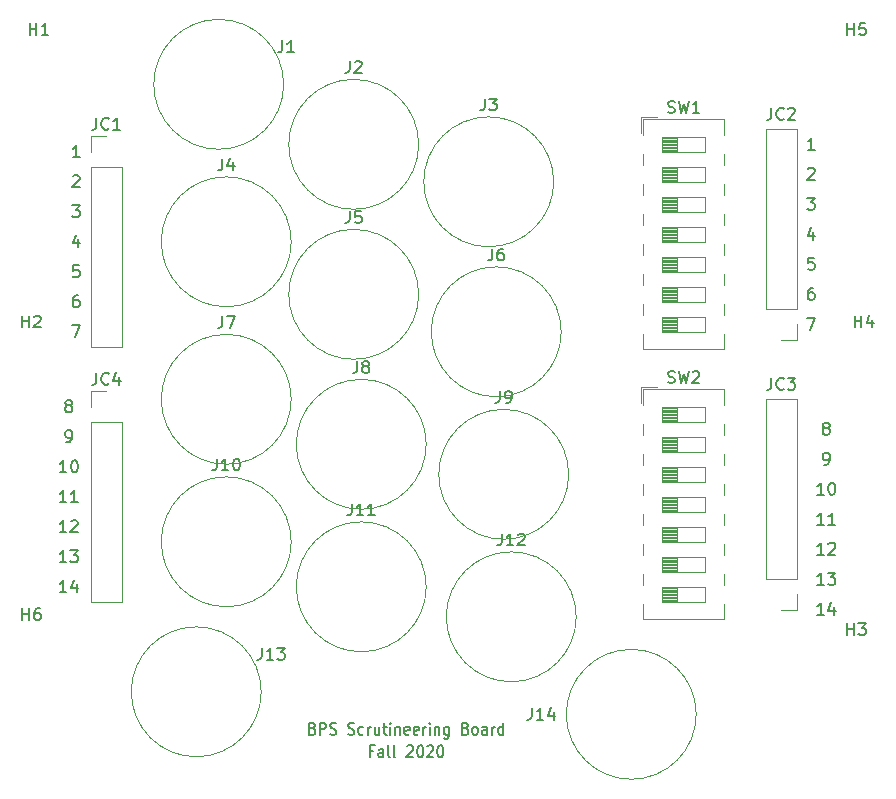
<source format=gbr>
%TF.GenerationSoftware,KiCad,Pcbnew,(5.1.6)-1*%
%TF.CreationDate,2020-11-13T18:32:27-06:00*%
%TF.ProjectId,BPS_Scrutineering,4250535f-5363-4727-9574-696e65657269,rev?*%
%TF.SameCoordinates,Original*%
%TF.FileFunction,Legend,Top*%
%TF.FilePolarity,Positive*%
%FSLAX46Y46*%
G04 Gerber Fmt 4.6, Leading zero omitted, Abs format (unit mm)*
G04 Created by KiCad (PCBNEW (5.1.6)-1) date 2020-11-13 18:32:27*
%MOMM*%
%LPD*%
G01*
G04 APERTURE LIST*
%ADD10C,0.150000*%
%ADD11C,0.120000*%
G04 APERTURE END LIST*
D10*
X112762857Y-111688571D02*
X112462857Y-111688571D01*
X112462857Y-112212380D02*
X112462857Y-111212380D01*
X112891428Y-111212380D01*
X113620000Y-112212380D02*
X113620000Y-111688571D01*
X113577142Y-111593333D01*
X113491428Y-111545714D01*
X113320000Y-111545714D01*
X113234285Y-111593333D01*
X113620000Y-112164761D02*
X113534285Y-112212380D01*
X113320000Y-112212380D01*
X113234285Y-112164761D01*
X113191428Y-112069523D01*
X113191428Y-111974285D01*
X113234285Y-111879047D01*
X113320000Y-111831428D01*
X113534285Y-111831428D01*
X113620000Y-111783809D01*
X114177142Y-112212380D02*
X114091428Y-112164761D01*
X114048571Y-112069523D01*
X114048571Y-111212380D01*
X114648571Y-112212380D02*
X114562857Y-112164761D01*
X114520000Y-112069523D01*
X114520000Y-111212380D01*
X115634285Y-111307619D02*
X115677142Y-111260000D01*
X115762857Y-111212380D01*
X115977142Y-111212380D01*
X116062857Y-111260000D01*
X116105714Y-111307619D01*
X116148571Y-111402857D01*
X116148571Y-111498095D01*
X116105714Y-111640952D01*
X115591428Y-112212380D01*
X116148571Y-112212380D01*
X116705714Y-111212380D02*
X116791428Y-111212380D01*
X116877142Y-111260000D01*
X116920000Y-111307619D01*
X116962857Y-111402857D01*
X117005714Y-111593333D01*
X117005714Y-111831428D01*
X116962857Y-112021904D01*
X116920000Y-112117142D01*
X116877142Y-112164761D01*
X116791428Y-112212380D01*
X116705714Y-112212380D01*
X116620000Y-112164761D01*
X116577142Y-112117142D01*
X116534285Y-112021904D01*
X116491428Y-111831428D01*
X116491428Y-111593333D01*
X116534285Y-111402857D01*
X116577142Y-111307619D01*
X116620000Y-111260000D01*
X116705714Y-111212380D01*
X117348571Y-111307619D02*
X117391428Y-111260000D01*
X117477142Y-111212380D01*
X117691428Y-111212380D01*
X117777142Y-111260000D01*
X117820000Y-111307619D01*
X117862857Y-111402857D01*
X117862857Y-111498095D01*
X117820000Y-111640952D01*
X117305714Y-112212380D01*
X117862857Y-112212380D01*
X118420000Y-111212380D02*
X118505714Y-111212380D01*
X118591428Y-111260000D01*
X118634285Y-111307619D01*
X118677142Y-111402857D01*
X118720000Y-111593333D01*
X118720000Y-111831428D01*
X118677142Y-112021904D01*
X118634285Y-112117142D01*
X118591428Y-112164761D01*
X118505714Y-112212380D01*
X118420000Y-112212380D01*
X118334285Y-112164761D01*
X118291428Y-112117142D01*
X118248571Y-112021904D01*
X118205714Y-111831428D01*
X118205714Y-111593333D01*
X118248571Y-111402857D01*
X118291428Y-111307619D01*
X118334285Y-111260000D01*
X118420000Y-111212380D01*
X107662857Y-109783571D02*
X107791428Y-109831190D01*
X107834285Y-109878809D01*
X107877142Y-109974047D01*
X107877142Y-110116904D01*
X107834285Y-110212142D01*
X107791428Y-110259761D01*
X107705714Y-110307380D01*
X107362857Y-110307380D01*
X107362857Y-109307380D01*
X107662857Y-109307380D01*
X107748571Y-109355000D01*
X107791428Y-109402619D01*
X107834285Y-109497857D01*
X107834285Y-109593095D01*
X107791428Y-109688333D01*
X107748571Y-109735952D01*
X107662857Y-109783571D01*
X107362857Y-109783571D01*
X108262857Y-110307380D02*
X108262857Y-109307380D01*
X108605714Y-109307380D01*
X108691428Y-109355000D01*
X108734285Y-109402619D01*
X108777142Y-109497857D01*
X108777142Y-109640714D01*
X108734285Y-109735952D01*
X108691428Y-109783571D01*
X108605714Y-109831190D01*
X108262857Y-109831190D01*
X109120000Y-110259761D02*
X109248571Y-110307380D01*
X109462857Y-110307380D01*
X109548571Y-110259761D01*
X109591428Y-110212142D01*
X109634285Y-110116904D01*
X109634285Y-110021666D01*
X109591428Y-109926428D01*
X109548571Y-109878809D01*
X109462857Y-109831190D01*
X109291428Y-109783571D01*
X109205714Y-109735952D01*
X109162857Y-109688333D01*
X109120000Y-109593095D01*
X109120000Y-109497857D01*
X109162857Y-109402619D01*
X109205714Y-109355000D01*
X109291428Y-109307380D01*
X109505714Y-109307380D01*
X109634285Y-109355000D01*
X110662857Y-110259761D02*
X110791428Y-110307380D01*
X111005714Y-110307380D01*
X111091428Y-110259761D01*
X111134285Y-110212142D01*
X111177142Y-110116904D01*
X111177142Y-110021666D01*
X111134285Y-109926428D01*
X111091428Y-109878809D01*
X111005714Y-109831190D01*
X110834285Y-109783571D01*
X110748571Y-109735952D01*
X110705714Y-109688333D01*
X110662857Y-109593095D01*
X110662857Y-109497857D01*
X110705714Y-109402619D01*
X110748571Y-109355000D01*
X110834285Y-109307380D01*
X111048571Y-109307380D01*
X111177142Y-109355000D01*
X111948571Y-110259761D02*
X111862857Y-110307380D01*
X111691428Y-110307380D01*
X111605714Y-110259761D01*
X111562857Y-110212142D01*
X111520000Y-110116904D01*
X111520000Y-109831190D01*
X111562857Y-109735952D01*
X111605714Y-109688333D01*
X111691428Y-109640714D01*
X111862857Y-109640714D01*
X111948571Y-109688333D01*
X112334285Y-110307380D02*
X112334285Y-109640714D01*
X112334285Y-109831190D02*
X112377142Y-109735952D01*
X112420000Y-109688333D01*
X112505714Y-109640714D01*
X112591428Y-109640714D01*
X113277142Y-109640714D02*
X113277142Y-110307380D01*
X112891428Y-109640714D02*
X112891428Y-110164523D01*
X112934285Y-110259761D01*
X113020000Y-110307380D01*
X113148571Y-110307380D01*
X113234285Y-110259761D01*
X113277142Y-110212142D01*
X113577142Y-109640714D02*
X113920000Y-109640714D01*
X113705714Y-109307380D02*
X113705714Y-110164523D01*
X113748571Y-110259761D01*
X113834285Y-110307380D01*
X113920000Y-110307380D01*
X114220000Y-110307380D02*
X114220000Y-109640714D01*
X114220000Y-109307380D02*
X114177142Y-109355000D01*
X114220000Y-109402619D01*
X114262857Y-109355000D01*
X114220000Y-109307380D01*
X114220000Y-109402619D01*
X114648571Y-109640714D02*
X114648571Y-110307380D01*
X114648571Y-109735952D02*
X114691428Y-109688333D01*
X114777142Y-109640714D01*
X114905714Y-109640714D01*
X114991428Y-109688333D01*
X115034285Y-109783571D01*
X115034285Y-110307380D01*
X115805714Y-110259761D02*
X115720000Y-110307380D01*
X115548571Y-110307380D01*
X115462857Y-110259761D01*
X115420000Y-110164523D01*
X115420000Y-109783571D01*
X115462857Y-109688333D01*
X115548571Y-109640714D01*
X115720000Y-109640714D01*
X115805714Y-109688333D01*
X115848571Y-109783571D01*
X115848571Y-109878809D01*
X115420000Y-109974047D01*
X116577142Y-110259761D02*
X116491428Y-110307380D01*
X116320000Y-110307380D01*
X116234285Y-110259761D01*
X116191428Y-110164523D01*
X116191428Y-109783571D01*
X116234285Y-109688333D01*
X116320000Y-109640714D01*
X116491428Y-109640714D01*
X116577142Y-109688333D01*
X116620000Y-109783571D01*
X116620000Y-109878809D01*
X116191428Y-109974047D01*
X117005714Y-110307380D02*
X117005714Y-109640714D01*
X117005714Y-109831190D02*
X117048571Y-109735952D01*
X117091428Y-109688333D01*
X117177142Y-109640714D01*
X117262857Y-109640714D01*
X117562857Y-110307380D02*
X117562857Y-109640714D01*
X117562857Y-109307380D02*
X117520000Y-109355000D01*
X117562857Y-109402619D01*
X117605714Y-109355000D01*
X117562857Y-109307380D01*
X117562857Y-109402619D01*
X117991428Y-109640714D02*
X117991428Y-110307380D01*
X117991428Y-109735952D02*
X118034285Y-109688333D01*
X118120000Y-109640714D01*
X118248571Y-109640714D01*
X118334285Y-109688333D01*
X118377142Y-109783571D01*
X118377142Y-110307380D01*
X119191428Y-109640714D02*
X119191428Y-110450238D01*
X119148571Y-110545476D01*
X119105714Y-110593095D01*
X119020000Y-110640714D01*
X118891428Y-110640714D01*
X118805714Y-110593095D01*
X119191428Y-110259761D02*
X119105714Y-110307380D01*
X118934285Y-110307380D01*
X118848571Y-110259761D01*
X118805714Y-110212142D01*
X118762857Y-110116904D01*
X118762857Y-109831190D01*
X118805714Y-109735952D01*
X118848571Y-109688333D01*
X118934285Y-109640714D01*
X119105714Y-109640714D01*
X119191428Y-109688333D01*
X120605714Y-109783571D02*
X120734285Y-109831190D01*
X120777142Y-109878809D01*
X120820000Y-109974047D01*
X120820000Y-110116904D01*
X120777142Y-110212142D01*
X120734285Y-110259761D01*
X120648571Y-110307380D01*
X120305714Y-110307380D01*
X120305714Y-109307380D01*
X120605714Y-109307380D01*
X120691428Y-109355000D01*
X120734285Y-109402619D01*
X120777142Y-109497857D01*
X120777142Y-109593095D01*
X120734285Y-109688333D01*
X120691428Y-109735952D01*
X120605714Y-109783571D01*
X120305714Y-109783571D01*
X121334285Y-110307380D02*
X121248571Y-110259761D01*
X121205714Y-110212142D01*
X121162857Y-110116904D01*
X121162857Y-109831190D01*
X121205714Y-109735952D01*
X121248571Y-109688333D01*
X121334285Y-109640714D01*
X121462857Y-109640714D01*
X121548571Y-109688333D01*
X121591428Y-109735952D01*
X121634285Y-109831190D01*
X121634285Y-110116904D01*
X121591428Y-110212142D01*
X121548571Y-110259761D01*
X121462857Y-110307380D01*
X121334285Y-110307380D01*
X122405714Y-110307380D02*
X122405714Y-109783571D01*
X122362857Y-109688333D01*
X122277142Y-109640714D01*
X122105714Y-109640714D01*
X122020000Y-109688333D01*
X122405714Y-110259761D02*
X122320000Y-110307380D01*
X122105714Y-110307380D01*
X122020000Y-110259761D01*
X121977142Y-110164523D01*
X121977142Y-110069285D01*
X122020000Y-109974047D01*
X122105714Y-109926428D01*
X122320000Y-109926428D01*
X122405714Y-109878809D01*
X122834285Y-110307380D02*
X122834285Y-109640714D01*
X122834285Y-109831190D02*
X122877142Y-109735952D01*
X122920000Y-109688333D01*
X123005714Y-109640714D01*
X123091428Y-109640714D01*
X123777142Y-110307380D02*
X123777142Y-109307380D01*
X123777142Y-110259761D02*
X123691428Y-110307380D01*
X123520000Y-110307380D01*
X123434285Y-110259761D01*
X123391428Y-110212142D01*
X123348571Y-110116904D01*
X123348571Y-109831190D01*
X123391428Y-109735952D01*
X123434285Y-109688333D01*
X123520000Y-109640714D01*
X123691428Y-109640714D01*
X123777142Y-109688333D01*
X150939523Y-100147380D02*
X150368095Y-100147380D01*
X150653809Y-100147380D02*
X150653809Y-99147380D01*
X150558571Y-99290238D01*
X150463333Y-99385476D01*
X150368095Y-99433095D01*
X151796666Y-99480714D02*
X151796666Y-100147380D01*
X151558571Y-99099761D02*
X151320476Y-99814047D01*
X151939523Y-99814047D01*
X150939523Y-97607380D02*
X150368095Y-97607380D01*
X150653809Y-97607380D02*
X150653809Y-96607380D01*
X150558571Y-96750238D01*
X150463333Y-96845476D01*
X150368095Y-96893095D01*
X151272857Y-96607380D02*
X151891904Y-96607380D01*
X151558571Y-96988333D01*
X151701428Y-96988333D01*
X151796666Y-97035952D01*
X151844285Y-97083571D01*
X151891904Y-97178809D01*
X151891904Y-97416904D01*
X151844285Y-97512142D01*
X151796666Y-97559761D01*
X151701428Y-97607380D01*
X151415714Y-97607380D01*
X151320476Y-97559761D01*
X151272857Y-97512142D01*
X150939523Y-95067380D02*
X150368095Y-95067380D01*
X150653809Y-95067380D02*
X150653809Y-94067380D01*
X150558571Y-94210238D01*
X150463333Y-94305476D01*
X150368095Y-94353095D01*
X151320476Y-94162619D02*
X151368095Y-94115000D01*
X151463333Y-94067380D01*
X151701428Y-94067380D01*
X151796666Y-94115000D01*
X151844285Y-94162619D01*
X151891904Y-94257857D01*
X151891904Y-94353095D01*
X151844285Y-94495952D01*
X151272857Y-95067380D01*
X151891904Y-95067380D01*
X150939523Y-92527380D02*
X150368095Y-92527380D01*
X150653809Y-92527380D02*
X150653809Y-91527380D01*
X150558571Y-91670238D01*
X150463333Y-91765476D01*
X150368095Y-91813095D01*
X151891904Y-92527380D02*
X151320476Y-92527380D01*
X151606190Y-92527380D02*
X151606190Y-91527380D01*
X151510952Y-91670238D01*
X151415714Y-91765476D01*
X151320476Y-91813095D01*
X150939523Y-89987380D02*
X150368095Y-89987380D01*
X150653809Y-89987380D02*
X150653809Y-88987380D01*
X150558571Y-89130238D01*
X150463333Y-89225476D01*
X150368095Y-89273095D01*
X151558571Y-88987380D02*
X151653809Y-88987380D01*
X151749047Y-89035000D01*
X151796666Y-89082619D01*
X151844285Y-89177857D01*
X151891904Y-89368333D01*
X151891904Y-89606428D01*
X151844285Y-89796904D01*
X151796666Y-89892142D01*
X151749047Y-89939761D01*
X151653809Y-89987380D01*
X151558571Y-89987380D01*
X151463333Y-89939761D01*
X151415714Y-89892142D01*
X151368095Y-89796904D01*
X151320476Y-89606428D01*
X151320476Y-89368333D01*
X151368095Y-89177857D01*
X151415714Y-89082619D01*
X151463333Y-89035000D01*
X151558571Y-88987380D01*
X150939523Y-87447380D02*
X151130000Y-87447380D01*
X151225238Y-87399761D01*
X151272857Y-87352142D01*
X151368095Y-87209285D01*
X151415714Y-87018809D01*
X151415714Y-86637857D01*
X151368095Y-86542619D01*
X151320476Y-86495000D01*
X151225238Y-86447380D01*
X151034761Y-86447380D01*
X150939523Y-86495000D01*
X150891904Y-86542619D01*
X150844285Y-86637857D01*
X150844285Y-86875952D01*
X150891904Y-86971190D01*
X150939523Y-87018809D01*
X151034761Y-87066428D01*
X151225238Y-87066428D01*
X151320476Y-87018809D01*
X151368095Y-86971190D01*
X151415714Y-86875952D01*
X151034761Y-84335952D02*
X150939523Y-84288333D01*
X150891904Y-84240714D01*
X150844285Y-84145476D01*
X150844285Y-84097857D01*
X150891904Y-84002619D01*
X150939523Y-83955000D01*
X151034761Y-83907380D01*
X151225238Y-83907380D01*
X151320476Y-83955000D01*
X151368095Y-84002619D01*
X151415714Y-84097857D01*
X151415714Y-84145476D01*
X151368095Y-84240714D01*
X151320476Y-84288333D01*
X151225238Y-84335952D01*
X151034761Y-84335952D01*
X150939523Y-84383571D01*
X150891904Y-84431190D01*
X150844285Y-84526428D01*
X150844285Y-84716904D01*
X150891904Y-84812142D01*
X150939523Y-84859761D01*
X151034761Y-84907380D01*
X151225238Y-84907380D01*
X151320476Y-84859761D01*
X151368095Y-84812142D01*
X151415714Y-84716904D01*
X151415714Y-84526428D01*
X151368095Y-84431190D01*
X151320476Y-84383571D01*
X151225238Y-84335952D01*
X86804523Y-98242380D02*
X86233095Y-98242380D01*
X86518809Y-98242380D02*
X86518809Y-97242380D01*
X86423571Y-97385238D01*
X86328333Y-97480476D01*
X86233095Y-97528095D01*
X87661666Y-97575714D02*
X87661666Y-98242380D01*
X87423571Y-97194761D02*
X87185476Y-97909047D01*
X87804523Y-97909047D01*
X86804523Y-95702380D02*
X86233095Y-95702380D01*
X86518809Y-95702380D02*
X86518809Y-94702380D01*
X86423571Y-94845238D01*
X86328333Y-94940476D01*
X86233095Y-94988095D01*
X87137857Y-94702380D02*
X87756904Y-94702380D01*
X87423571Y-95083333D01*
X87566428Y-95083333D01*
X87661666Y-95130952D01*
X87709285Y-95178571D01*
X87756904Y-95273809D01*
X87756904Y-95511904D01*
X87709285Y-95607142D01*
X87661666Y-95654761D01*
X87566428Y-95702380D01*
X87280714Y-95702380D01*
X87185476Y-95654761D01*
X87137857Y-95607142D01*
X86804523Y-93162380D02*
X86233095Y-93162380D01*
X86518809Y-93162380D02*
X86518809Y-92162380D01*
X86423571Y-92305238D01*
X86328333Y-92400476D01*
X86233095Y-92448095D01*
X87185476Y-92257619D02*
X87233095Y-92210000D01*
X87328333Y-92162380D01*
X87566428Y-92162380D01*
X87661666Y-92210000D01*
X87709285Y-92257619D01*
X87756904Y-92352857D01*
X87756904Y-92448095D01*
X87709285Y-92590952D01*
X87137857Y-93162380D01*
X87756904Y-93162380D01*
X86804523Y-90622380D02*
X86233095Y-90622380D01*
X86518809Y-90622380D02*
X86518809Y-89622380D01*
X86423571Y-89765238D01*
X86328333Y-89860476D01*
X86233095Y-89908095D01*
X87756904Y-90622380D02*
X87185476Y-90622380D01*
X87471190Y-90622380D02*
X87471190Y-89622380D01*
X87375952Y-89765238D01*
X87280714Y-89860476D01*
X87185476Y-89908095D01*
X86804523Y-88082380D02*
X86233095Y-88082380D01*
X86518809Y-88082380D02*
X86518809Y-87082380D01*
X86423571Y-87225238D01*
X86328333Y-87320476D01*
X86233095Y-87368095D01*
X87423571Y-87082380D02*
X87518809Y-87082380D01*
X87614047Y-87130000D01*
X87661666Y-87177619D01*
X87709285Y-87272857D01*
X87756904Y-87463333D01*
X87756904Y-87701428D01*
X87709285Y-87891904D01*
X87661666Y-87987142D01*
X87614047Y-88034761D01*
X87518809Y-88082380D01*
X87423571Y-88082380D01*
X87328333Y-88034761D01*
X87280714Y-87987142D01*
X87233095Y-87891904D01*
X87185476Y-87701428D01*
X87185476Y-87463333D01*
X87233095Y-87272857D01*
X87280714Y-87177619D01*
X87328333Y-87130000D01*
X87423571Y-87082380D01*
X86804523Y-85542380D02*
X86995000Y-85542380D01*
X87090238Y-85494761D01*
X87137857Y-85447142D01*
X87233095Y-85304285D01*
X87280714Y-85113809D01*
X87280714Y-84732857D01*
X87233095Y-84637619D01*
X87185476Y-84590000D01*
X87090238Y-84542380D01*
X86899761Y-84542380D01*
X86804523Y-84590000D01*
X86756904Y-84637619D01*
X86709285Y-84732857D01*
X86709285Y-84970952D01*
X86756904Y-85066190D01*
X86804523Y-85113809D01*
X86899761Y-85161428D01*
X87090238Y-85161428D01*
X87185476Y-85113809D01*
X87233095Y-85066190D01*
X87280714Y-84970952D01*
X86899761Y-82430952D02*
X86804523Y-82383333D01*
X86756904Y-82335714D01*
X86709285Y-82240476D01*
X86709285Y-82192857D01*
X86756904Y-82097619D01*
X86804523Y-82050000D01*
X86899761Y-82002380D01*
X87090238Y-82002380D01*
X87185476Y-82050000D01*
X87233095Y-82097619D01*
X87280714Y-82192857D01*
X87280714Y-82240476D01*
X87233095Y-82335714D01*
X87185476Y-82383333D01*
X87090238Y-82430952D01*
X86899761Y-82430952D01*
X86804523Y-82478571D01*
X86756904Y-82526190D01*
X86709285Y-82621428D01*
X86709285Y-82811904D01*
X86756904Y-82907142D01*
X86804523Y-82954761D01*
X86899761Y-83002380D01*
X87090238Y-83002380D01*
X87185476Y-82954761D01*
X87233095Y-82907142D01*
X87280714Y-82811904D01*
X87280714Y-82621428D01*
X87233095Y-82526190D01*
X87185476Y-82478571D01*
X87090238Y-82430952D01*
X149526666Y-75017380D02*
X150193333Y-75017380D01*
X149764761Y-76017380D01*
X150050476Y-72477380D02*
X149860000Y-72477380D01*
X149764761Y-72525000D01*
X149717142Y-72572619D01*
X149621904Y-72715476D01*
X149574285Y-72905952D01*
X149574285Y-73286904D01*
X149621904Y-73382142D01*
X149669523Y-73429761D01*
X149764761Y-73477380D01*
X149955238Y-73477380D01*
X150050476Y-73429761D01*
X150098095Y-73382142D01*
X150145714Y-73286904D01*
X150145714Y-73048809D01*
X150098095Y-72953571D01*
X150050476Y-72905952D01*
X149955238Y-72858333D01*
X149764761Y-72858333D01*
X149669523Y-72905952D01*
X149621904Y-72953571D01*
X149574285Y-73048809D01*
X150098095Y-69937380D02*
X149621904Y-69937380D01*
X149574285Y-70413571D01*
X149621904Y-70365952D01*
X149717142Y-70318333D01*
X149955238Y-70318333D01*
X150050476Y-70365952D01*
X150098095Y-70413571D01*
X150145714Y-70508809D01*
X150145714Y-70746904D01*
X150098095Y-70842142D01*
X150050476Y-70889761D01*
X149955238Y-70937380D01*
X149717142Y-70937380D01*
X149621904Y-70889761D01*
X149574285Y-70842142D01*
X150050476Y-67730714D02*
X150050476Y-68397380D01*
X149812380Y-67349761D02*
X149574285Y-68064047D01*
X150193333Y-68064047D01*
X149526666Y-64857380D02*
X150145714Y-64857380D01*
X149812380Y-65238333D01*
X149955238Y-65238333D01*
X150050476Y-65285952D01*
X150098095Y-65333571D01*
X150145714Y-65428809D01*
X150145714Y-65666904D01*
X150098095Y-65762142D01*
X150050476Y-65809761D01*
X149955238Y-65857380D01*
X149669523Y-65857380D01*
X149574285Y-65809761D01*
X149526666Y-65762142D01*
X149574285Y-62412619D02*
X149621904Y-62365000D01*
X149717142Y-62317380D01*
X149955238Y-62317380D01*
X150050476Y-62365000D01*
X150098095Y-62412619D01*
X150145714Y-62507857D01*
X150145714Y-62603095D01*
X150098095Y-62745952D01*
X149526666Y-63317380D01*
X150145714Y-63317380D01*
X150145714Y-60777380D02*
X149574285Y-60777380D01*
X149860000Y-60777380D02*
X149860000Y-59777380D01*
X149764761Y-59920238D01*
X149669523Y-60015476D01*
X149574285Y-60063095D01*
X87296666Y-75652380D02*
X87963333Y-75652380D01*
X87534761Y-76652380D01*
X87820476Y-73112380D02*
X87630000Y-73112380D01*
X87534761Y-73160000D01*
X87487142Y-73207619D01*
X87391904Y-73350476D01*
X87344285Y-73540952D01*
X87344285Y-73921904D01*
X87391904Y-74017142D01*
X87439523Y-74064761D01*
X87534761Y-74112380D01*
X87725238Y-74112380D01*
X87820476Y-74064761D01*
X87868095Y-74017142D01*
X87915714Y-73921904D01*
X87915714Y-73683809D01*
X87868095Y-73588571D01*
X87820476Y-73540952D01*
X87725238Y-73493333D01*
X87534761Y-73493333D01*
X87439523Y-73540952D01*
X87391904Y-73588571D01*
X87344285Y-73683809D01*
X87868095Y-70572380D02*
X87391904Y-70572380D01*
X87344285Y-71048571D01*
X87391904Y-71000952D01*
X87487142Y-70953333D01*
X87725238Y-70953333D01*
X87820476Y-71000952D01*
X87868095Y-71048571D01*
X87915714Y-71143809D01*
X87915714Y-71381904D01*
X87868095Y-71477142D01*
X87820476Y-71524761D01*
X87725238Y-71572380D01*
X87487142Y-71572380D01*
X87391904Y-71524761D01*
X87344285Y-71477142D01*
X87820476Y-68365714D02*
X87820476Y-69032380D01*
X87582380Y-67984761D02*
X87344285Y-68699047D01*
X87963333Y-68699047D01*
X87296666Y-65492380D02*
X87915714Y-65492380D01*
X87582380Y-65873333D01*
X87725238Y-65873333D01*
X87820476Y-65920952D01*
X87868095Y-65968571D01*
X87915714Y-66063809D01*
X87915714Y-66301904D01*
X87868095Y-66397142D01*
X87820476Y-66444761D01*
X87725238Y-66492380D01*
X87439523Y-66492380D01*
X87344285Y-66444761D01*
X87296666Y-66397142D01*
X87344285Y-63047619D02*
X87391904Y-63000000D01*
X87487142Y-62952380D01*
X87725238Y-62952380D01*
X87820476Y-63000000D01*
X87868095Y-63047619D01*
X87915714Y-63142857D01*
X87915714Y-63238095D01*
X87868095Y-63380952D01*
X87296666Y-63952380D01*
X87915714Y-63952380D01*
X87915714Y-61412380D02*
X87344285Y-61412380D01*
X87630000Y-61412380D02*
X87630000Y-60412380D01*
X87534761Y-60555238D01*
X87439523Y-60650476D01*
X87344285Y-60698095D01*
D11*
%TO.C,SW2*%
X138461667Y-97790000D02*
X138461667Y-99060000D01*
X137255000Y-98990000D02*
X138461667Y-98990000D01*
X137255000Y-98870000D02*
X138461667Y-98870000D01*
X137255000Y-98750000D02*
X138461667Y-98750000D01*
X137255000Y-98630000D02*
X138461667Y-98630000D01*
X137255000Y-98510000D02*
X138461667Y-98510000D01*
X137255000Y-98390000D02*
X138461667Y-98390000D01*
X137255000Y-98270000D02*
X138461667Y-98270000D01*
X137255000Y-98150000D02*
X138461667Y-98150000D01*
X137255000Y-98030000D02*
X138461667Y-98030000D01*
X137255000Y-97910000D02*
X138461667Y-97910000D01*
X140875000Y-97790000D02*
X137255000Y-97790000D01*
X140875000Y-99060000D02*
X140875000Y-97790000D01*
X137255000Y-99060000D02*
X140875000Y-99060000D01*
X137255000Y-97790000D02*
X137255000Y-99060000D01*
X138461667Y-95250000D02*
X138461667Y-96520000D01*
X137255000Y-96450000D02*
X138461667Y-96450000D01*
X137255000Y-96330000D02*
X138461667Y-96330000D01*
X137255000Y-96210000D02*
X138461667Y-96210000D01*
X137255000Y-96090000D02*
X138461667Y-96090000D01*
X137255000Y-95970000D02*
X138461667Y-95970000D01*
X137255000Y-95850000D02*
X138461667Y-95850000D01*
X137255000Y-95730000D02*
X138461667Y-95730000D01*
X137255000Y-95610000D02*
X138461667Y-95610000D01*
X137255000Y-95490000D02*
X138461667Y-95490000D01*
X137255000Y-95370000D02*
X138461667Y-95370000D01*
X140875000Y-95250000D02*
X137255000Y-95250000D01*
X140875000Y-96520000D02*
X140875000Y-95250000D01*
X137255000Y-96520000D02*
X140875000Y-96520000D01*
X137255000Y-95250000D02*
X137255000Y-96520000D01*
X138461667Y-92710000D02*
X138461667Y-93980000D01*
X137255000Y-93910000D02*
X138461667Y-93910000D01*
X137255000Y-93790000D02*
X138461667Y-93790000D01*
X137255000Y-93670000D02*
X138461667Y-93670000D01*
X137255000Y-93550000D02*
X138461667Y-93550000D01*
X137255000Y-93430000D02*
X138461667Y-93430000D01*
X137255000Y-93310000D02*
X138461667Y-93310000D01*
X137255000Y-93190000D02*
X138461667Y-93190000D01*
X137255000Y-93070000D02*
X138461667Y-93070000D01*
X137255000Y-92950000D02*
X138461667Y-92950000D01*
X137255000Y-92830000D02*
X138461667Y-92830000D01*
X140875000Y-92710000D02*
X137255000Y-92710000D01*
X140875000Y-93980000D02*
X140875000Y-92710000D01*
X137255000Y-93980000D02*
X140875000Y-93980000D01*
X137255000Y-92710000D02*
X137255000Y-93980000D01*
X138461667Y-90170000D02*
X138461667Y-91440000D01*
X137255000Y-91370000D02*
X138461667Y-91370000D01*
X137255000Y-91250000D02*
X138461667Y-91250000D01*
X137255000Y-91130000D02*
X138461667Y-91130000D01*
X137255000Y-91010000D02*
X138461667Y-91010000D01*
X137255000Y-90890000D02*
X138461667Y-90890000D01*
X137255000Y-90770000D02*
X138461667Y-90770000D01*
X137255000Y-90650000D02*
X138461667Y-90650000D01*
X137255000Y-90530000D02*
X138461667Y-90530000D01*
X137255000Y-90410000D02*
X138461667Y-90410000D01*
X137255000Y-90290000D02*
X138461667Y-90290000D01*
X140875000Y-90170000D02*
X137255000Y-90170000D01*
X140875000Y-91440000D02*
X140875000Y-90170000D01*
X137255000Y-91440000D02*
X140875000Y-91440000D01*
X137255000Y-90170000D02*
X137255000Y-91440000D01*
X138461667Y-87630000D02*
X138461667Y-88900000D01*
X137255000Y-88830000D02*
X138461667Y-88830000D01*
X137255000Y-88710000D02*
X138461667Y-88710000D01*
X137255000Y-88590000D02*
X138461667Y-88590000D01*
X137255000Y-88470000D02*
X138461667Y-88470000D01*
X137255000Y-88350000D02*
X138461667Y-88350000D01*
X137255000Y-88230000D02*
X138461667Y-88230000D01*
X137255000Y-88110000D02*
X138461667Y-88110000D01*
X137255000Y-87990000D02*
X138461667Y-87990000D01*
X137255000Y-87870000D02*
X138461667Y-87870000D01*
X137255000Y-87750000D02*
X138461667Y-87750000D01*
X140875000Y-87630000D02*
X137255000Y-87630000D01*
X140875000Y-88900000D02*
X140875000Y-87630000D01*
X137255000Y-88900000D02*
X140875000Y-88900000D01*
X137255000Y-87630000D02*
X137255000Y-88900000D01*
X138461667Y-85090000D02*
X138461667Y-86360000D01*
X137255000Y-86290000D02*
X138461667Y-86290000D01*
X137255000Y-86170000D02*
X138461667Y-86170000D01*
X137255000Y-86050000D02*
X138461667Y-86050000D01*
X137255000Y-85930000D02*
X138461667Y-85930000D01*
X137255000Y-85810000D02*
X138461667Y-85810000D01*
X137255000Y-85690000D02*
X138461667Y-85690000D01*
X137255000Y-85570000D02*
X138461667Y-85570000D01*
X137255000Y-85450000D02*
X138461667Y-85450000D01*
X137255000Y-85330000D02*
X138461667Y-85330000D01*
X137255000Y-85210000D02*
X138461667Y-85210000D01*
X140875000Y-85090000D02*
X137255000Y-85090000D01*
X140875000Y-86360000D02*
X140875000Y-85090000D01*
X137255000Y-86360000D02*
X140875000Y-86360000D01*
X137255000Y-85090000D02*
X137255000Y-86360000D01*
X138461667Y-82550000D02*
X138461667Y-83820000D01*
X137255000Y-83750000D02*
X138461667Y-83750000D01*
X137255000Y-83630000D02*
X138461667Y-83630000D01*
X137255000Y-83510000D02*
X138461667Y-83510000D01*
X137255000Y-83390000D02*
X138461667Y-83390000D01*
X137255000Y-83270000D02*
X138461667Y-83270000D01*
X137255000Y-83150000D02*
X138461667Y-83150000D01*
X137255000Y-83030000D02*
X138461667Y-83030000D01*
X137255000Y-82910000D02*
X138461667Y-82910000D01*
X137255000Y-82790000D02*
X138461667Y-82790000D01*
X137255000Y-82670000D02*
X138461667Y-82670000D01*
X140875000Y-82550000D02*
X137255000Y-82550000D01*
X140875000Y-83820000D02*
X140875000Y-82550000D01*
X137255000Y-83820000D02*
X140875000Y-83820000D01*
X137255000Y-82550000D02*
X137255000Y-83820000D01*
X135415000Y-80835000D02*
X135415000Y-82218000D01*
X135415000Y-80835000D02*
X136798000Y-80835000D01*
X142475000Y-83985000D02*
X142475000Y-84925000D01*
X142475000Y-81075000D02*
X142475000Y-82385000D01*
X142475000Y-86525000D02*
X142475000Y-87465000D01*
X142475000Y-89065000D02*
X142475000Y-90005000D01*
X142475000Y-91605000D02*
X142475000Y-92545000D01*
X142475000Y-94145000D02*
X142475000Y-95085000D01*
X142475000Y-96685000D02*
X142475000Y-97625000D01*
X142475000Y-99225000D02*
X142475000Y-100535000D01*
X135655000Y-99225000D02*
X135655000Y-100535000D01*
X135655000Y-96685000D02*
X135655000Y-97625000D01*
X135655000Y-94145000D02*
X135655000Y-95085000D01*
X135655000Y-91605000D02*
X135655000Y-92545000D01*
X135655000Y-89065000D02*
X135655000Y-90005000D01*
X135655000Y-86525000D02*
X135655000Y-87465000D01*
X135655000Y-83985000D02*
X135655000Y-84925000D01*
X135655000Y-81075000D02*
X135655000Y-82385000D01*
X135655000Y-100535000D02*
X142475000Y-100535000D01*
X135655000Y-81075000D02*
X142475000Y-81075000D01*
%TO.C,SW1*%
X138461667Y-74930000D02*
X138461667Y-76200000D01*
X137255000Y-76130000D02*
X138461667Y-76130000D01*
X137255000Y-76010000D02*
X138461667Y-76010000D01*
X137255000Y-75890000D02*
X138461667Y-75890000D01*
X137255000Y-75770000D02*
X138461667Y-75770000D01*
X137255000Y-75650000D02*
X138461667Y-75650000D01*
X137255000Y-75530000D02*
X138461667Y-75530000D01*
X137255000Y-75410000D02*
X138461667Y-75410000D01*
X137255000Y-75290000D02*
X138461667Y-75290000D01*
X137255000Y-75170000D02*
X138461667Y-75170000D01*
X137255000Y-75050000D02*
X138461667Y-75050000D01*
X140875000Y-74930000D02*
X137255000Y-74930000D01*
X140875000Y-76200000D02*
X140875000Y-74930000D01*
X137255000Y-76200000D02*
X140875000Y-76200000D01*
X137255000Y-74930000D02*
X137255000Y-76200000D01*
X138461667Y-72390000D02*
X138461667Y-73660000D01*
X137255000Y-73590000D02*
X138461667Y-73590000D01*
X137255000Y-73470000D02*
X138461667Y-73470000D01*
X137255000Y-73350000D02*
X138461667Y-73350000D01*
X137255000Y-73230000D02*
X138461667Y-73230000D01*
X137255000Y-73110000D02*
X138461667Y-73110000D01*
X137255000Y-72990000D02*
X138461667Y-72990000D01*
X137255000Y-72870000D02*
X138461667Y-72870000D01*
X137255000Y-72750000D02*
X138461667Y-72750000D01*
X137255000Y-72630000D02*
X138461667Y-72630000D01*
X137255000Y-72510000D02*
X138461667Y-72510000D01*
X140875000Y-72390000D02*
X137255000Y-72390000D01*
X140875000Y-73660000D02*
X140875000Y-72390000D01*
X137255000Y-73660000D02*
X140875000Y-73660000D01*
X137255000Y-72390000D02*
X137255000Y-73660000D01*
X138461667Y-69850000D02*
X138461667Y-71120000D01*
X137255000Y-71050000D02*
X138461667Y-71050000D01*
X137255000Y-70930000D02*
X138461667Y-70930000D01*
X137255000Y-70810000D02*
X138461667Y-70810000D01*
X137255000Y-70690000D02*
X138461667Y-70690000D01*
X137255000Y-70570000D02*
X138461667Y-70570000D01*
X137255000Y-70450000D02*
X138461667Y-70450000D01*
X137255000Y-70330000D02*
X138461667Y-70330000D01*
X137255000Y-70210000D02*
X138461667Y-70210000D01*
X137255000Y-70090000D02*
X138461667Y-70090000D01*
X137255000Y-69970000D02*
X138461667Y-69970000D01*
X140875000Y-69850000D02*
X137255000Y-69850000D01*
X140875000Y-71120000D02*
X140875000Y-69850000D01*
X137255000Y-71120000D02*
X140875000Y-71120000D01*
X137255000Y-69850000D02*
X137255000Y-71120000D01*
X138461667Y-67310000D02*
X138461667Y-68580000D01*
X137255000Y-68510000D02*
X138461667Y-68510000D01*
X137255000Y-68390000D02*
X138461667Y-68390000D01*
X137255000Y-68270000D02*
X138461667Y-68270000D01*
X137255000Y-68150000D02*
X138461667Y-68150000D01*
X137255000Y-68030000D02*
X138461667Y-68030000D01*
X137255000Y-67910000D02*
X138461667Y-67910000D01*
X137255000Y-67790000D02*
X138461667Y-67790000D01*
X137255000Y-67670000D02*
X138461667Y-67670000D01*
X137255000Y-67550000D02*
X138461667Y-67550000D01*
X137255000Y-67430000D02*
X138461667Y-67430000D01*
X140875000Y-67310000D02*
X137255000Y-67310000D01*
X140875000Y-68580000D02*
X140875000Y-67310000D01*
X137255000Y-68580000D02*
X140875000Y-68580000D01*
X137255000Y-67310000D02*
X137255000Y-68580000D01*
X138461667Y-64770000D02*
X138461667Y-66040000D01*
X137255000Y-65970000D02*
X138461667Y-65970000D01*
X137255000Y-65850000D02*
X138461667Y-65850000D01*
X137255000Y-65730000D02*
X138461667Y-65730000D01*
X137255000Y-65610000D02*
X138461667Y-65610000D01*
X137255000Y-65490000D02*
X138461667Y-65490000D01*
X137255000Y-65370000D02*
X138461667Y-65370000D01*
X137255000Y-65250000D02*
X138461667Y-65250000D01*
X137255000Y-65130000D02*
X138461667Y-65130000D01*
X137255000Y-65010000D02*
X138461667Y-65010000D01*
X137255000Y-64890000D02*
X138461667Y-64890000D01*
X140875000Y-64770000D02*
X137255000Y-64770000D01*
X140875000Y-66040000D02*
X140875000Y-64770000D01*
X137255000Y-66040000D02*
X140875000Y-66040000D01*
X137255000Y-64770000D02*
X137255000Y-66040000D01*
X138461667Y-62230000D02*
X138461667Y-63500000D01*
X137255000Y-63430000D02*
X138461667Y-63430000D01*
X137255000Y-63310000D02*
X138461667Y-63310000D01*
X137255000Y-63190000D02*
X138461667Y-63190000D01*
X137255000Y-63070000D02*
X138461667Y-63070000D01*
X137255000Y-62950000D02*
X138461667Y-62950000D01*
X137255000Y-62830000D02*
X138461667Y-62830000D01*
X137255000Y-62710000D02*
X138461667Y-62710000D01*
X137255000Y-62590000D02*
X138461667Y-62590000D01*
X137255000Y-62470000D02*
X138461667Y-62470000D01*
X137255000Y-62350000D02*
X138461667Y-62350000D01*
X140875000Y-62230000D02*
X137255000Y-62230000D01*
X140875000Y-63500000D02*
X140875000Y-62230000D01*
X137255000Y-63500000D02*
X140875000Y-63500000D01*
X137255000Y-62230000D02*
X137255000Y-63500000D01*
X138461667Y-59690000D02*
X138461667Y-60960000D01*
X137255000Y-60890000D02*
X138461667Y-60890000D01*
X137255000Y-60770000D02*
X138461667Y-60770000D01*
X137255000Y-60650000D02*
X138461667Y-60650000D01*
X137255000Y-60530000D02*
X138461667Y-60530000D01*
X137255000Y-60410000D02*
X138461667Y-60410000D01*
X137255000Y-60290000D02*
X138461667Y-60290000D01*
X137255000Y-60170000D02*
X138461667Y-60170000D01*
X137255000Y-60050000D02*
X138461667Y-60050000D01*
X137255000Y-59930000D02*
X138461667Y-59930000D01*
X137255000Y-59810000D02*
X138461667Y-59810000D01*
X140875000Y-59690000D02*
X137255000Y-59690000D01*
X140875000Y-60960000D02*
X140875000Y-59690000D01*
X137255000Y-60960000D02*
X140875000Y-60960000D01*
X137255000Y-59690000D02*
X137255000Y-60960000D01*
X135415000Y-57975000D02*
X135415000Y-59358000D01*
X135415000Y-57975000D02*
X136798000Y-57975000D01*
X142475000Y-61125000D02*
X142475000Y-62065000D01*
X142475000Y-58215000D02*
X142475000Y-59525000D01*
X142475000Y-63665000D02*
X142475000Y-64605000D01*
X142475000Y-66205000D02*
X142475000Y-67145000D01*
X142475000Y-68745000D02*
X142475000Y-69685000D01*
X142475000Y-71285000D02*
X142475000Y-72225000D01*
X142475000Y-73825000D02*
X142475000Y-74765000D01*
X142475000Y-76365000D02*
X142475000Y-77675000D01*
X135655000Y-76365000D02*
X135655000Y-77675000D01*
X135655000Y-73825000D02*
X135655000Y-74765000D01*
X135655000Y-71285000D02*
X135655000Y-72225000D01*
X135655000Y-68745000D02*
X135655000Y-69685000D01*
X135655000Y-66205000D02*
X135655000Y-67145000D01*
X135655000Y-63665000D02*
X135655000Y-64605000D01*
X135655000Y-61125000D02*
X135655000Y-62065000D01*
X135655000Y-58215000D02*
X135655000Y-59525000D01*
X135655000Y-77675000D02*
X142475000Y-77675000D01*
X135655000Y-58215000D02*
X142475000Y-58215000D01*
%TO.C,J14*%
X140120000Y-108585000D02*
G75*
G03*
X140120000Y-108585000I-5500000J0D01*
G01*
%TO.C,J13*%
X103290000Y-106680000D02*
G75*
G03*
X103290000Y-106680000I-5500000J0D01*
G01*
%TO.C,J12*%
X129960000Y-100330000D02*
G75*
G03*
X129960000Y-100330000I-5500000J0D01*
G01*
%TO.C,J11*%
X117260000Y-97790000D02*
G75*
G03*
X117260000Y-97790000I-5500000J0D01*
G01*
%TO.C,J10*%
X105830000Y-93980000D02*
G75*
G03*
X105830000Y-93980000I-5500000J0D01*
G01*
%TO.C,J9*%
X129325000Y-88265000D02*
G75*
G03*
X129325000Y-88265000I-5500000J0D01*
G01*
%TO.C,J8*%
X117260000Y-85725000D02*
G75*
G03*
X117260000Y-85725000I-5500000J0D01*
G01*
%TO.C,J7*%
X105830000Y-81915000D02*
G75*
G03*
X105830000Y-81915000I-5500000J0D01*
G01*
%TO.C,J6*%
X128690000Y-76200000D02*
G75*
G03*
X128690000Y-76200000I-5500000J0D01*
G01*
%TO.C,J5*%
X116625000Y-73025000D02*
G75*
G03*
X116625000Y-73025000I-5500000J0D01*
G01*
%TO.C,J4*%
X105830000Y-68580000D02*
G75*
G03*
X105830000Y-68580000I-5500000J0D01*
G01*
%TO.C,J3*%
X128055000Y-63500000D02*
G75*
G03*
X128055000Y-63500000I-5500000J0D01*
G01*
%TO.C,J2*%
X116625000Y-60325000D02*
G75*
G03*
X116625000Y-60325000I-5500000J0D01*
G01*
%TO.C,J1*%
X105195000Y-55245000D02*
G75*
G03*
X105195000Y-55245000I-5500000J0D01*
G01*
%TO.C,JC4*%
X88840000Y-81220000D02*
X90170000Y-81220000D01*
X88840000Y-82550000D02*
X88840000Y-81220000D01*
X88840000Y-83820000D02*
X91500000Y-83820000D01*
X91500000Y-83820000D02*
X91500000Y-99120000D01*
X88840000Y-83820000D02*
X88840000Y-99120000D01*
X88840000Y-99120000D02*
X91500000Y-99120000D01*
%TO.C,JC3*%
X148650000Y-99755000D02*
X147320000Y-99755000D01*
X148650000Y-98425000D02*
X148650000Y-99755000D01*
X148650000Y-97155000D02*
X145990000Y-97155000D01*
X145990000Y-97155000D02*
X145990000Y-81855000D01*
X148650000Y-97155000D02*
X148650000Y-81855000D01*
X148650000Y-81855000D02*
X145990000Y-81855000D01*
%TO.C,JC2*%
X148650000Y-76895000D02*
X147320000Y-76895000D01*
X148650000Y-75565000D02*
X148650000Y-76895000D01*
X148650000Y-74295000D02*
X145990000Y-74295000D01*
X145990000Y-74295000D02*
X145990000Y-58995000D01*
X148650000Y-74295000D02*
X148650000Y-58995000D01*
X148650000Y-58995000D02*
X145990000Y-58995000D01*
%TO.C,JC1*%
X88840000Y-59630000D02*
X90170000Y-59630000D01*
X88840000Y-60960000D02*
X88840000Y-59630000D01*
X88840000Y-62230000D02*
X91500000Y-62230000D01*
X91500000Y-62230000D02*
X91500000Y-77530000D01*
X88840000Y-62230000D02*
X88840000Y-77530000D01*
X88840000Y-77530000D02*
X91500000Y-77530000D01*
%TO.C,SW2*%
D10*
X137731666Y-80479761D02*
X137874523Y-80527380D01*
X138112619Y-80527380D01*
X138207857Y-80479761D01*
X138255476Y-80432142D01*
X138303095Y-80336904D01*
X138303095Y-80241666D01*
X138255476Y-80146428D01*
X138207857Y-80098809D01*
X138112619Y-80051190D01*
X137922142Y-80003571D01*
X137826904Y-79955952D01*
X137779285Y-79908333D01*
X137731666Y-79813095D01*
X137731666Y-79717857D01*
X137779285Y-79622619D01*
X137826904Y-79575000D01*
X137922142Y-79527380D01*
X138160238Y-79527380D01*
X138303095Y-79575000D01*
X138636428Y-79527380D02*
X138874523Y-80527380D01*
X139065000Y-79813095D01*
X139255476Y-80527380D01*
X139493571Y-79527380D01*
X139826904Y-79622619D02*
X139874523Y-79575000D01*
X139969761Y-79527380D01*
X140207857Y-79527380D01*
X140303095Y-79575000D01*
X140350714Y-79622619D01*
X140398333Y-79717857D01*
X140398333Y-79813095D01*
X140350714Y-79955952D01*
X139779285Y-80527380D01*
X140398333Y-80527380D01*
%TO.C,SW1*%
X137731666Y-57619761D02*
X137874523Y-57667380D01*
X138112619Y-57667380D01*
X138207857Y-57619761D01*
X138255476Y-57572142D01*
X138303095Y-57476904D01*
X138303095Y-57381666D01*
X138255476Y-57286428D01*
X138207857Y-57238809D01*
X138112619Y-57191190D01*
X137922142Y-57143571D01*
X137826904Y-57095952D01*
X137779285Y-57048333D01*
X137731666Y-56953095D01*
X137731666Y-56857857D01*
X137779285Y-56762619D01*
X137826904Y-56715000D01*
X137922142Y-56667380D01*
X138160238Y-56667380D01*
X138303095Y-56715000D01*
X138636428Y-56667380D02*
X138874523Y-57667380D01*
X139065000Y-56953095D01*
X139255476Y-57667380D01*
X139493571Y-56667380D01*
X140398333Y-57667380D02*
X139826904Y-57667380D01*
X140112619Y-57667380D02*
X140112619Y-56667380D01*
X140017380Y-56810238D01*
X139922142Y-56905476D01*
X139826904Y-56953095D01*
%TO.C,J14*%
X126190476Y-108037380D02*
X126190476Y-108751666D01*
X126142857Y-108894523D01*
X126047619Y-108989761D01*
X125904761Y-109037380D01*
X125809523Y-109037380D01*
X127190476Y-109037380D02*
X126619047Y-109037380D01*
X126904761Y-109037380D02*
X126904761Y-108037380D01*
X126809523Y-108180238D01*
X126714285Y-108275476D01*
X126619047Y-108323095D01*
X128047619Y-108370714D02*
X128047619Y-109037380D01*
X127809523Y-107989761D02*
X127571428Y-108704047D01*
X128190476Y-108704047D01*
%TO.C,J13*%
X103330476Y-102957380D02*
X103330476Y-103671666D01*
X103282857Y-103814523D01*
X103187619Y-103909761D01*
X103044761Y-103957380D01*
X102949523Y-103957380D01*
X104330476Y-103957380D02*
X103759047Y-103957380D01*
X104044761Y-103957380D02*
X104044761Y-102957380D01*
X103949523Y-103100238D01*
X103854285Y-103195476D01*
X103759047Y-103243095D01*
X104663809Y-102957380D02*
X105282857Y-102957380D01*
X104949523Y-103338333D01*
X105092380Y-103338333D01*
X105187619Y-103385952D01*
X105235238Y-103433571D01*
X105282857Y-103528809D01*
X105282857Y-103766904D01*
X105235238Y-103862142D01*
X105187619Y-103909761D01*
X105092380Y-103957380D01*
X104806666Y-103957380D01*
X104711428Y-103909761D01*
X104663809Y-103862142D01*
%TO.C,J12*%
X123650476Y-93282380D02*
X123650476Y-93996666D01*
X123602857Y-94139523D01*
X123507619Y-94234761D01*
X123364761Y-94282380D01*
X123269523Y-94282380D01*
X124650476Y-94282380D02*
X124079047Y-94282380D01*
X124364761Y-94282380D02*
X124364761Y-93282380D01*
X124269523Y-93425238D01*
X124174285Y-93520476D01*
X124079047Y-93568095D01*
X125031428Y-93377619D02*
X125079047Y-93330000D01*
X125174285Y-93282380D01*
X125412380Y-93282380D01*
X125507619Y-93330000D01*
X125555238Y-93377619D01*
X125602857Y-93472857D01*
X125602857Y-93568095D01*
X125555238Y-93710952D01*
X124983809Y-94282380D01*
X125602857Y-94282380D01*
%TO.C,J11*%
X110950476Y-90742380D02*
X110950476Y-91456666D01*
X110902857Y-91599523D01*
X110807619Y-91694761D01*
X110664761Y-91742380D01*
X110569523Y-91742380D01*
X111950476Y-91742380D02*
X111379047Y-91742380D01*
X111664761Y-91742380D02*
X111664761Y-90742380D01*
X111569523Y-90885238D01*
X111474285Y-90980476D01*
X111379047Y-91028095D01*
X112902857Y-91742380D02*
X112331428Y-91742380D01*
X112617142Y-91742380D02*
X112617142Y-90742380D01*
X112521904Y-90885238D01*
X112426666Y-90980476D01*
X112331428Y-91028095D01*
%TO.C,J10*%
X99520476Y-86932380D02*
X99520476Y-87646666D01*
X99472857Y-87789523D01*
X99377619Y-87884761D01*
X99234761Y-87932380D01*
X99139523Y-87932380D01*
X100520476Y-87932380D02*
X99949047Y-87932380D01*
X100234761Y-87932380D02*
X100234761Y-86932380D01*
X100139523Y-87075238D01*
X100044285Y-87170476D01*
X99949047Y-87218095D01*
X101139523Y-86932380D02*
X101234761Y-86932380D01*
X101330000Y-86980000D01*
X101377619Y-87027619D01*
X101425238Y-87122857D01*
X101472857Y-87313333D01*
X101472857Y-87551428D01*
X101425238Y-87741904D01*
X101377619Y-87837142D01*
X101330000Y-87884761D01*
X101234761Y-87932380D01*
X101139523Y-87932380D01*
X101044285Y-87884761D01*
X100996666Y-87837142D01*
X100949047Y-87741904D01*
X100901428Y-87551428D01*
X100901428Y-87313333D01*
X100949047Y-87122857D01*
X100996666Y-87027619D01*
X101044285Y-86980000D01*
X101139523Y-86932380D01*
%TO.C,J9*%
X123491666Y-81217380D02*
X123491666Y-81931666D01*
X123444047Y-82074523D01*
X123348809Y-82169761D01*
X123205952Y-82217380D01*
X123110714Y-82217380D01*
X124015476Y-82217380D02*
X124205952Y-82217380D01*
X124301190Y-82169761D01*
X124348809Y-82122142D01*
X124444047Y-81979285D01*
X124491666Y-81788809D01*
X124491666Y-81407857D01*
X124444047Y-81312619D01*
X124396428Y-81265000D01*
X124301190Y-81217380D01*
X124110714Y-81217380D01*
X124015476Y-81265000D01*
X123967857Y-81312619D01*
X123920238Y-81407857D01*
X123920238Y-81645952D01*
X123967857Y-81741190D01*
X124015476Y-81788809D01*
X124110714Y-81836428D01*
X124301190Y-81836428D01*
X124396428Y-81788809D01*
X124444047Y-81741190D01*
X124491666Y-81645952D01*
%TO.C,J8*%
X111426666Y-78677380D02*
X111426666Y-79391666D01*
X111379047Y-79534523D01*
X111283809Y-79629761D01*
X111140952Y-79677380D01*
X111045714Y-79677380D01*
X112045714Y-79105952D02*
X111950476Y-79058333D01*
X111902857Y-79010714D01*
X111855238Y-78915476D01*
X111855238Y-78867857D01*
X111902857Y-78772619D01*
X111950476Y-78725000D01*
X112045714Y-78677380D01*
X112236190Y-78677380D01*
X112331428Y-78725000D01*
X112379047Y-78772619D01*
X112426666Y-78867857D01*
X112426666Y-78915476D01*
X112379047Y-79010714D01*
X112331428Y-79058333D01*
X112236190Y-79105952D01*
X112045714Y-79105952D01*
X111950476Y-79153571D01*
X111902857Y-79201190D01*
X111855238Y-79296428D01*
X111855238Y-79486904D01*
X111902857Y-79582142D01*
X111950476Y-79629761D01*
X112045714Y-79677380D01*
X112236190Y-79677380D01*
X112331428Y-79629761D01*
X112379047Y-79582142D01*
X112426666Y-79486904D01*
X112426666Y-79296428D01*
X112379047Y-79201190D01*
X112331428Y-79153571D01*
X112236190Y-79105952D01*
%TO.C,J7*%
X99996666Y-74867380D02*
X99996666Y-75581666D01*
X99949047Y-75724523D01*
X99853809Y-75819761D01*
X99710952Y-75867380D01*
X99615714Y-75867380D01*
X100377619Y-74867380D02*
X101044285Y-74867380D01*
X100615714Y-75867380D01*
%TO.C,J6*%
X122856666Y-69152380D02*
X122856666Y-69866666D01*
X122809047Y-70009523D01*
X122713809Y-70104761D01*
X122570952Y-70152380D01*
X122475714Y-70152380D01*
X123761428Y-69152380D02*
X123570952Y-69152380D01*
X123475714Y-69200000D01*
X123428095Y-69247619D01*
X123332857Y-69390476D01*
X123285238Y-69580952D01*
X123285238Y-69961904D01*
X123332857Y-70057142D01*
X123380476Y-70104761D01*
X123475714Y-70152380D01*
X123666190Y-70152380D01*
X123761428Y-70104761D01*
X123809047Y-70057142D01*
X123856666Y-69961904D01*
X123856666Y-69723809D01*
X123809047Y-69628571D01*
X123761428Y-69580952D01*
X123666190Y-69533333D01*
X123475714Y-69533333D01*
X123380476Y-69580952D01*
X123332857Y-69628571D01*
X123285238Y-69723809D01*
%TO.C,J5*%
X110791666Y-65977380D02*
X110791666Y-66691666D01*
X110744047Y-66834523D01*
X110648809Y-66929761D01*
X110505952Y-66977380D01*
X110410714Y-66977380D01*
X111744047Y-65977380D02*
X111267857Y-65977380D01*
X111220238Y-66453571D01*
X111267857Y-66405952D01*
X111363095Y-66358333D01*
X111601190Y-66358333D01*
X111696428Y-66405952D01*
X111744047Y-66453571D01*
X111791666Y-66548809D01*
X111791666Y-66786904D01*
X111744047Y-66882142D01*
X111696428Y-66929761D01*
X111601190Y-66977380D01*
X111363095Y-66977380D01*
X111267857Y-66929761D01*
X111220238Y-66882142D01*
%TO.C,J4*%
X99996666Y-61532380D02*
X99996666Y-62246666D01*
X99949047Y-62389523D01*
X99853809Y-62484761D01*
X99710952Y-62532380D01*
X99615714Y-62532380D01*
X100901428Y-61865714D02*
X100901428Y-62532380D01*
X100663333Y-61484761D02*
X100425238Y-62199047D01*
X101044285Y-62199047D01*
%TO.C,J3*%
X122221666Y-56452380D02*
X122221666Y-57166666D01*
X122174047Y-57309523D01*
X122078809Y-57404761D01*
X121935952Y-57452380D01*
X121840714Y-57452380D01*
X122602619Y-56452380D02*
X123221666Y-56452380D01*
X122888333Y-56833333D01*
X123031190Y-56833333D01*
X123126428Y-56880952D01*
X123174047Y-56928571D01*
X123221666Y-57023809D01*
X123221666Y-57261904D01*
X123174047Y-57357142D01*
X123126428Y-57404761D01*
X123031190Y-57452380D01*
X122745476Y-57452380D01*
X122650238Y-57404761D01*
X122602619Y-57357142D01*
%TO.C,J2*%
X110791666Y-53277380D02*
X110791666Y-53991666D01*
X110744047Y-54134523D01*
X110648809Y-54229761D01*
X110505952Y-54277380D01*
X110410714Y-54277380D01*
X111220238Y-53372619D02*
X111267857Y-53325000D01*
X111363095Y-53277380D01*
X111601190Y-53277380D01*
X111696428Y-53325000D01*
X111744047Y-53372619D01*
X111791666Y-53467857D01*
X111791666Y-53563095D01*
X111744047Y-53705952D01*
X111172619Y-54277380D01*
X111791666Y-54277380D01*
%TO.C,J1*%
X105076666Y-51522380D02*
X105076666Y-52236666D01*
X105029047Y-52379523D01*
X104933809Y-52474761D01*
X104790952Y-52522380D01*
X104695714Y-52522380D01*
X106076666Y-52522380D02*
X105505238Y-52522380D01*
X105790952Y-52522380D02*
X105790952Y-51522380D01*
X105695714Y-51665238D01*
X105600476Y-51760476D01*
X105505238Y-51808095D01*
%TO.C,H6*%
X83058095Y-100592380D02*
X83058095Y-99592380D01*
X83058095Y-100068571D02*
X83629523Y-100068571D01*
X83629523Y-100592380D02*
X83629523Y-99592380D01*
X84534285Y-99592380D02*
X84343809Y-99592380D01*
X84248571Y-99640000D01*
X84200952Y-99687619D01*
X84105714Y-99830476D01*
X84058095Y-100020952D01*
X84058095Y-100401904D01*
X84105714Y-100497142D01*
X84153333Y-100544761D01*
X84248571Y-100592380D01*
X84439047Y-100592380D01*
X84534285Y-100544761D01*
X84581904Y-100497142D01*
X84629523Y-100401904D01*
X84629523Y-100163809D01*
X84581904Y-100068571D01*
X84534285Y-100020952D01*
X84439047Y-99973333D01*
X84248571Y-99973333D01*
X84153333Y-100020952D01*
X84105714Y-100068571D01*
X84058095Y-100163809D01*
%TO.C,H5*%
X152908095Y-51062380D02*
X152908095Y-50062380D01*
X152908095Y-50538571D02*
X153479523Y-50538571D01*
X153479523Y-51062380D02*
X153479523Y-50062380D01*
X154431904Y-50062380D02*
X153955714Y-50062380D01*
X153908095Y-50538571D01*
X153955714Y-50490952D01*
X154050952Y-50443333D01*
X154289047Y-50443333D01*
X154384285Y-50490952D01*
X154431904Y-50538571D01*
X154479523Y-50633809D01*
X154479523Y-50871904D01*
X154431904Y-50967142D01*
X154384285Y-51014761D01*
X154289047Y-51062380D01*
X154050952Y-51062380D01*
X153955714Y-51014761D01*
X153908095Y-50967142D01*
%TO.C,H4*%
X153543095Y-75827380D02*
X153543095Y-74827380D01*
X153543095Y-75303571D02*
X154114523Y-75303571D01*
X154114523Y-75827380D02*
X154114523Y-74827380D01*
X155019285Y-75160714D02*
X155019285Y-75827380D01*
X154781190Y-74779761D02*
X154543095Y-75494047D01*
X155162142Y-75494047D01*
%TO.C,H3*%
X152908095Y-101862380D02*
X152908095Y-100862380D01*
X152908095Y-101338571D02*
X153479523Y-101338571D01*
X153479523Y-101862380D02*
X153479523Y-100862380D01*
X153860476Y-100862380D02*
X154479523Y-100862380D01*
X154146190Y-101243333D01*
X154289047Y-101243333D01*
X154384285Y-101290952D01*
X154431904Y-101338571D01*
X154479523Y-101433809D01*
X154479523Y-101671904D01*
X154431904Y-101767142D01*
X154384285Y-101814761D01*
X154289047Y-101862380D01*
X154003333Y-101862380D01*
X153908095Y-101814761D01*
X153860476Y-101767142D01*
%TO.C,H2*%
X83058095Y-75827380D02*
X83058095Y-74827380D01*
X83058095Y-75303571D02*
X83629523Y-75303571D01*
X83629523Y-75827380D02*
X83629523Y-74827380D01*
X84058095Y-74922619D02*
X84105714Y-74875000D01*
X84200952Y-74827380D01*
X84439047Y-74827380D01*
X84534285Y-74875000D01*
X84581904Y-74922619D01*
X84629523Y-75017857D01*
X84629523Y-75113095D01*
X84581904Y-75255952D01*
X84010476Y-75827380D01*
X84629523Y-75827380D01*
%TO.C,H1*%
X83693095Y-51062380D02*
X83693095Y-50062380D01*
X83693095Y-50538571D02*
X84264523Y-50538571D01*
X84264523Y-51062380D02*
X84264523Y-50062380D01*
X85264523Y-51062380D02*
X84693095Y-51062380D01*
X84978809Y-51062380D02*
X84978809Y-50062380D01*
X84883571Y-50205238D01*
X84788333Y-50300476D01*
X84693095Y-50348095D01*
%TO.C,JC4*%
X89336666Y-79672380D02*
X89336666Y-80386666D01*
X89289047Y-80529523D01*
X89193809Y-80624761D01*
X89050952Y-80672380D01*
X88955714Y-80672380D01*
X90384285Y-80577142D02*
X90336666Y-80624761D01*
X90193809Y-80672380D01*
X90098571Y-80672380D01*
X89955714Y-80624761D01*
X89860476Y-80529523D01*
X89812857Y-80434285D01*
X89765238Y-80243809D01*
X89765238Y-80100952D01*
X89812857Y-79910476D01*
X89860476Y-79815238D01*
X89955714Y-79720000D01*
X90098571Y-79672380D01*
X90193809Y-79672380D01*
X90336666Y-79720000D01*
X90384285Y-79767619D01*
X91241428Y-80005714D02*
X91241428Y-80672380D01*
X91003333Y-79624761D02*
X90765238Y-80339047D01*
X91384285Y-80339047D01*
%TO.C,JC3*%
X146486666Y-80097380D02*
X146486666Y-80811666D01*
X146439047Y-80954523D01*
X146343809Y-81049761D01*
X146200952Y-81097380D01*
X146105714Y-81097380D01*
X147534285Y-81002142D02*
X147486666Y-81049761D01*
X147343809Y-81097380D01*
X147248571Y-81097380D01*
X147105714Y-81049761D01*
X147010476Y-80954523D01*
X146962857Y-80859285D01*
X146915238Y-80668809D01*
X146915238Y-80525952D01*
X146962857Y-80335476D01*
X147010476Y-80240238D01*
X147105714Y-80145000D01*
X147248571Y-80097380D01*
X147343809Y-80097380D01*
X147486666Y-80145000D01*
X147534285Y-80192619D01*
X147867619Y-80097380D02*
X148486666Y-80097380D01*
X148153333Y-80478333D01*
X148296190Y-80478333D01*
X148391428Y-80525952D01*
X148439047Y-80573571D01*
X148486666Y-80668809D01*
X148486666Y-80906904D01*
X148439047Y-81002142D01*
X148391428Y-81049761D01*
X148296190Y-81097380D01*
X148010476Y-81097380D01*
X147915238Y-81049761D01*
X147867619Y-81002142D01*
%TO.C,JC2*%
X146486666Y-57237380D02*
X146486666Y-57951666D01*
X146439047Y-58094523D01*
X146343809Y-58189761D01*
X146200952Y-58237380D01*
X146105714Y-58237380D01*
X147534285Y-58142142D02*
X147486666Y-58189761D01*
X147343809Y-58237380D01*
X147248571Y-58237380D01*
X147105714Y-58189761D01*
X147010476Y-58094523D01*
X146962857Y-57999285D01*
X146915238Y-57808809D01*
X146915238Y-57665952D01*
X146962857Y-57475476D01*
X147010476Y-57380238D01*
X147105714Y-57285000D01*
X147248571Y-57237380D01*
X147343809Y-57237380D01*
X147486666Y-57285000D01*
X147534285Y-57332619D01*
X147915238Y-57332619D02*
X147962857Y-57285000D01*
X148058095Y-57237380D01*
X148296190Y-57237380D01*
X148391428Y-57285000D01*
X148439047Y-57332619D01*
X148486666Y-57427857D01*
X148486666Y-57523095D01*
X148439047Y-57665952D01*
X147867619Y-58237380D01*
X148486666Y-58237380D01*
%TO.C,JC1*%
X89336666Y-58082380D02*
X89336666Y-58796666D01*
X89289047Y-58939523D01*
X89193809Y-59034761D01*
X89050952Y-59082380D01*
X88955714Y-59082380D01*
X90384285Y-58987142D02*
X90336666Y-59034761D01*
X90193809Y-59082380D01*
X90098571Y-59082380D01*
X89955714Y-59034761D01*
X89860476Y-58939523D01*
X89812857Y-58844285D01*
X89765238Y-58653809D01*
X89765238Y-58510952D01*
X89812857Y-58320476D01*
X89860476Y-58225238D01*
X89955714Y-58130000D01*
X90098571Y-58082380D01*
X90193809Y-58082380D01*
X90336666Y-58130000D01*
X90384285Y-58177619D01*
X91336666Y-59082380D02*
X90765238Y-59082380D01*
X91050952Y-59082380D02*
X91050952Y-58082380D01*
X90955714Y-58225238D01*
X90860476Y-58320476D01*
X90765238Y-58368095D01*
%TD*%
M02*

</source>
